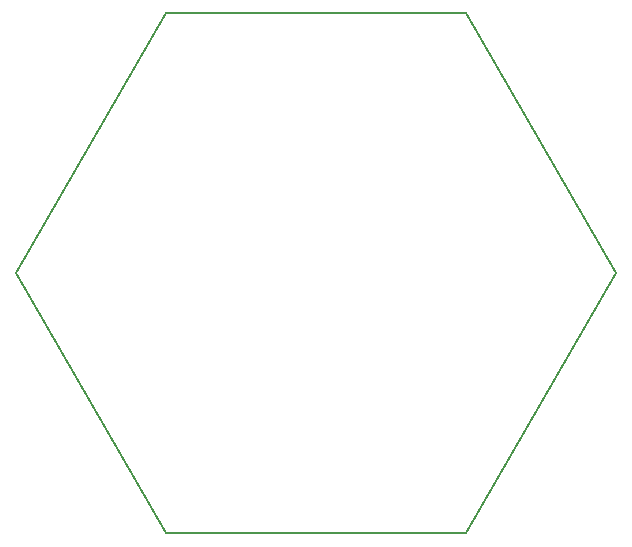
<source format=gbr>
G04 #@! TF.FileFunction,Profile,NP*
%FSLAX46Y46*%
G04 Gerber Fmt 4.6, Leading zero omitted, Abs format (unit mm)*
G04 Created by KiCad (PCBNEW 4.0.7-e2-6376~58~ubuntu14.04.1) date Sat Apr 21 16:58:32 2018*
%MOMM*%
%LPD*%
G01*
G04 APERTURE LIST*
%ADD10C,0.100000*%
%ADD11C,0.150000*%
G04 APERTURE END LIST*
D10*
D11*
X215221742Y-105294125D02*
X202521741Y-83297080D01*
X202521741Y-83297080D02*
X177121740Y-83297079D01*
X177121740Y-83297079D02*
X164421740Y-105294125D01*
X177121741Y-127291170D02*
X164421740Y-105294125D01*
X202521742Y-127291171D02*
X177121741Y-127291170D01*
X215221742Y-105294125D02*
X202521742Y-127291171D01*
M02*

</source>
